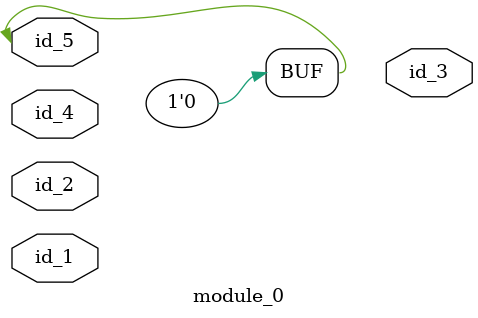
<source format=v>
module module_0 (
    id_1,
    id_2,
    id_3,
    id_4,
    id_5
);
  inout id_5;
  inout id_4;
  output id_3;
  inout id_2;
  inout id_1;
  assign id_5 = 1'b0;
endmodule

</source>
